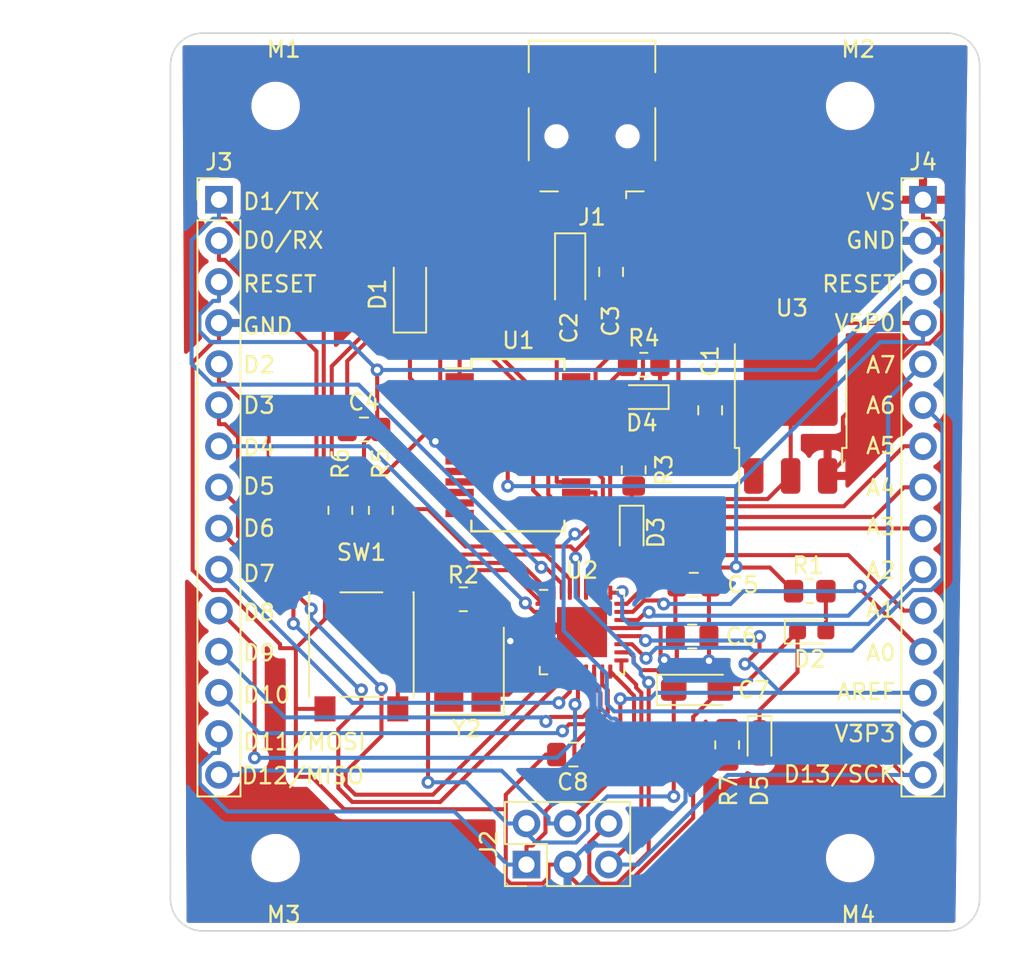
<source format=kicad_pcb>
(kicad_pcb (version 20221018) (generator pcbnew)
  (layers (0 "F.Cu" signal) (31 "B.Cu" signal) (34 "B.Paste" user) (35 "F.Paste" user) (36 "B.SilkS" user "B.Silkscreen") (37 "F.SilkS" user "F.Silkscreen") (38 "B.Mask" user) (39 "F.Mask" user) (44 "Edge.Cuts" user))
  (net 0 "")
  (net 1 "/V5P0")
  (net 2 "GND")
  (net 3 "/VUSB")
  (net 4 "Net-(U1-DTR)")
  (net 6 "/RESET")
  (net 7 "/AREF")
  (net 9 "Net-(D2-A)")
  (net 16 "Net-(D3-K)")
  (net 17 "Net-(D4-K)")
  (net 18 "Net-(D5-A)")
  (net 19 "Net-(J1-D-)")
  (net 20 "Net-(J1-D+)")
  (net 22 "/D11{slash}MOSI")
  (net 23 "/D12{slash}MISO")
  (net 24 "/D13{slash}SCK")
  (net 25 "/D1{slash}TX")
  (net 26 "/D0{slash}RX")
  (net 29 "/D2")
  (net 30 "/D3")
  (net 31 "/D4")
  (net 32 "/D5")
  (net 33 "/D6")
  (net 34 "/D7")
  (net 35 "/D8")
  (net 36 "/D9")
  (net 37 "/D10")
  (net 38 "/VS")
  (net 39 "/A7")
  (net 40 "/A6")
  (net 41 "/A5")
  (net 42 "/A4")
  (net 43 "/A3")
  (net 44 "/A2")
  (net 45 "/A1")
  (net 46 "/A0")
  (net 47 "/V3P3")
  (net 48 "Net-(R2-Pad1)")
  (net 49 "Net-(U1-CBUS0)")
  (net 50 "Net-(U1-CBUS1)")
  (net 51 "/RX")
  (net 52 "/TX")
  (net 53 "Net-(U2-XTAL1{slash}PB6)")
  (net 54 "Net-(U2-XTAL2{slash}PB7)")
  (footprint "Connector_PinHeader_2.54mm:PinHeader_1x15_P2.54mm_Vertical" (layer "F.Cu") (at 116 61.3)
    (fp_text reference "J3")
    (fp_text value "Conn_01x15_Socket")
  )
  (footprint "Capacitor_Tantalum_SMD:CP_EIA-3216-10_Kemet-I_Pad1.58x1.35mm_HandSolder" (layer "F.Cu") (at 137.7 65.8625 -90)
    (fp_text reference "C2")
    (fp_text value "4.7uF_16V")
  )
  (footprint "Package_TO_SOT_SMD:TO-252-3_TabPin2" (layer "F.Cu") (at 151.325 73.335 90)
    (fp_text reference "U3")
    (fp_text value "LM1117DT-5.0")
  )
  (footprint "Capacitor_SMD:C_0805_2012Metric_Pad1.18x1.45mm_HandSolder" (layer "F.Cu") (at 137.9 95.6 180)
    (fp_text reference "C8")
    (fp_text value "100nF")
  )
  (footprint "LED_SMD:LED_0603_1608Metric_Pad1.05x0.95mm_HandSolder" (layer "F.Cu") (at 149.4 94.875 -90)
    (fp_text reference "D5")
    (fp_text value "Yellow LED")
  )
  (footprint "MountingHole:MountingHole_2.5mm" (layer "F.Cu") (at 119.5 102)
    (fp_text reference "M3")
    (fp_text value "MountingHole_2.5mm")
  )
  (footprint "MountingHole:MountingHole_2.5mm" (layer "F.Cu") (at 155 102)
    (fp_text reference "M4")
    (fp_text value "MountingHole_2.5mm")
  )
  (footprint "Capacitor_SMD:C_0805_2012Metric_Pad1.18x1.45mm_HandSolder" (layer "F.Cu") (at 145.2375 88.3)
    (fp_text reference "C6")
    (fp_text value "1uF")
  )
  (footprint "Resistor_SMD:R_0805_2012Metric_Pad1.20x1.40mm_HandSolder" (layer "F.Cu") (at 126 80.5 -90)
    (fp_text reference "R6")
    (fp_text value "1Kohm")
  )
  (footprint "Connector_PinHeader_2.54mm:PinHeader_1x15_P2.54mm_Vertical" (layer "F.Cu") (at 159.5 61.3)
    (fp_text reference "J4")
    (fp_text value "Conn_01x15_Pin")
  )
  (footprint "Crystal:Crystal_SMD_3225-4Pin_3.2x2.5mm_HandSoldering" (layer "F.Cu") (at 131.35 90.45 90)
    (fp_text reference "Y2")
    (fp_text value "Resonator")
  )
  (footprint "Capacitor_SMD:C_0805_2012Metric_Pad1.18x1.45mm_HandSolder" (layer "F.Cu") (at 145.3375 85.1)
    (fp_text reference "C5")
    (fp_text value "1uF")
  )
  (footprint "MountingHole:MountingHole_2.5mm" (layer "F.Cu") (at 119.5 55.5)
    (fp_text reference "M1")
    (fp_text value "MountingHole_2.5mm")
  )
  (footprint "Resistor_SMD:R_0805_2012Metric_Pad1.20x1.40mm_HandSolder" (layer "F.Cu") (at 152.5 85.5)
    (fp_text reference "R1")
    (fp_text value "1Kohm")
  )
  (footprint "Button_Switch_SMD:SW_Push_1P1T_NO_6x6mm_H9.5mm" (layer "F.Cu") (at 124.8 88.8 90)
    (fp_text reference "SW1")
    (fp_text value "SW_Push")
  )
  (footprint "Capacitor_SMD:C_0805_2012Metric_Pad1.18x1.45mm_HandSolder" (layer "F.Cu") (at 124.9625 75.5)
    (fp_text reference "C4")
    (fp_text value "100nF")
  )
  (footprint "Capacitor_SMD:C_0805_2012Metric_Pad1.18x1.45mm_HandSolder" (layer "F.Cu") (at 146.35 74.3175 -90)
    (fp_text reference "C1")
    (fp_text value "1uF")
  )
  (footprint "Resistor_SMD:R_0805_2012Metric_Pad1.20x1.40mm_HandSolder" (layer "F.Cu") (at 123.5 80.5 -90)
    (fp_text reference "R5")
    (fp_text value "1Kohm")
  )
  (footprint "Package_SO:SSOP-28_5.3x10.2mm_P0.65mm" (layer "F.Cu") (at 134.47 76.47)
    (fp_text reference "U1")
    (fp_text value "FT232RL")
  )
  (footprint "Diode_SMD:D_SOD-123" (layer "F.Cu") (at 127.8 67.15 90)
    (fp_text reference "D1")
    (fp_text value "1N4448W")
  )
  (footprint "Resistor_SMD:R_0805_2012Metric_Pad1.20x1.40mm_HandSolder" (layer "F.Cu") (at 141.625 78 -90)
    (fp_text reference "R3")
    (fp_text value "1Kohm")
  )
  (footprint "Capacitor_SMD:C_0805_2012Metric_Pad1.18x1.45mm_HandSolder" (layer "F.Cu") (at 140.23 65.7625 -90)
    (fp_text reference "C3")
    (fp_text value "100nF")
  )
  (footprint "Resistor_SMD:R_0805_2012Metric_Pad1.20x1.40mm_HandSolder" (layer "F.Cu") (at 147.4 95 90)
    (fp_text reference "R7")
    (fp_text value "1Kohm")
  )
  (footprint "Capacitor_Tantalum_SMD:CP_EIA-3216-10_Kemet-I_Pad1.58x1.35mm_HandSolder" (layer "F.Cu") (at 145.5375 91.6)
    (fp_text reference "C7")
    (fp_text value "4.7uF_16V")
  )
  (footprint "LED_SMD:LED_0603_1608Metric_Pad1.05x0.95mm_HandSolder" (layer "F.Cu") (at 142.125 73.5 180)
    (fp_text reference "D4")
    (fp_text value "Green LED")
  )
  (footprint "Package_DFN_QFN:QFN-32-1EP_5x5mm_P0.5mm_EP3.1x3.1mm" (layer "F.Cu") (at 138.43 88.03)
    (fp_text reference "U2")
    (fp_text value "ATmega328P-M")
  )
  (footprint "LED_SMD:LED_0603_1608Metric_Pad1.05x0.95mm_HandSolder" (layer "F.Cu") (at 141.5 81.875 -90)
    (fp_text reference "D3")
    (fp_text value "Red LED")
  )
  (footprint "MountingHole:MountingHole_2.5mm" (layer "F.Cu") (at 155 55.5)
    (fp_text reference "M2")
    (fp_text value "MountingHole_2.5mm")
  )
  (footprint "Connector_PinHeader_2.54mm:PinHeader_2x03_P2.54mm_Vertical" (layer "F.Cu") (at 135 102.4 90)
    (fp_text reference "J2")
    (fp_text value "Conn_PIC_ICSP_ICD")
  )
  (footprint "Resistor_SMD:R_0805_2012Metric_Pad1.20x1.40mm_HandSolder" (layer "F.Cu") (at 131.1 86)
    (fp_text reference "R2")
    (fp_text value "1Kohm")
  )
  (footprint "Connector_USB:USB_Mini-B_Lumberg_2486_01_Horizontal" (layer "F.Cu") (at 139.05 57.375 180)
    (fp_text reference "J1")
    (fp_text value "USB_B_Micro")
  )
  (footprint "LED_SMD:LED_0603_1608Metric_Pad1.05x0.95mm_HandSolder" (layer "F.Cu") (at 152.625 88)
    (fp_text reference "D2")
    (fp_text value "Green LED")
  )
  (footprint "Resistor_SMD:R_0805_2012Metric_Pad1.20x1.40mm_HandSolder" (layer "F.Cu") (at 142.25 71.5)
    (fp_text reference "R4")
    (fp_text value "1Kohm")
  )
  (gr_arc (start 115 106.5) (mid 113.585786 105.914214) (end 113 104.5) (stroke (width 0.1)) (layer "Edge.Cuts"))
  (gr_line (start 115 51) (end 161 51) (stroke (width 0.1)) (layer "Edge.Cuts"))
  (gr_arc (start 113 53) (mid 113.585786 51.585786) (end 115 51) (stroke (width 0.1)) (layer "Edge.Cuts"))
  (gr_arc (start 163 104.5) (mid 162.414214 105.914214) (end 161 106.5) (stroke (width 0.1)) (layer "Edge.Cuts"))
  (gr_line (start 163 53) (end 163 104.5) (stroke (width 0.1)) (layer "Edge.Cuts"))
  (gr_line (start 161 106.5) (end 115 106.5) (stroke (width 0.1)) (layer "Edge.Cuts"))
  (gr_arc (start 161 51) (mid 162.414214 51.585786) (end 163 53) (stroke (width 0.1)) (layer "Edge.Cuts"))
  (gr_line (start 113 104.5) (end 113 53) (stroke (width 0.1)) (layer "Edge.Cuts"))
  (gr_text "A5" (at 157.9 77.1) (layer "F.SilkS") (effects (font (size 1 1)) (justify right bottom)))
  (gr_text "D13/SCK" (at 157.9 97.4) (layer "F.SilkS") (effects (font (size 1 1)) (justify right bottom)))
  (gr_text "D6" (at 117.4 82.2) (layer "F.SilkS") (effects (font (size 1 1)) (justify left bottom)))
  (gr_text "D2" (at 117.4 72.1) (layer "F.SilkS") (effects (font (size 1 1)) (justify left bottom)))
  (gr_text "D11/MOSI" (at 117.4 95.4) (layer "F.SilkS") (effects (font (size 1 1)) (justify left bottom)))
  (gr_text "D10" (at 117.4 92.5) (layer "F.SilkS") (effects (font (size 1 1)) (justify left bottom)))
  (gr_text "D9" (at 117.4 89.9) (layer "F.SilkS") (effects (font (size 1 1)) (justify left bottom)))
  (gr_text "A4" (at 157.9 79.7) (layer "F.SilkS") (effects (font (size 1 1)) (justify right bottom)))
  (gr_text "V3P3" (at 157.9 94.9) (layer "F.SilkS") (effects (font (size 1 1)) (justify right bottom)))
  (gr_text "A3" (at 157.9 82.1) (layer "F.SilkS") (effects (font (size 1 1)) (justify right bottom)))
  (gr_text "RESET" (at 117.4 67.1) (layer "F.SilkS") (effects (font (size 1 1)) (justify left bottom)))
  (gr_text "D4" (at 117.4 77.2) (layer "F.SilkS") (effects (font (size 1 1)) (justify left bottom)))
  (gr_text "RESET" (at 157.9 67.1) (layer "F.SilkS") (effects (font (size 1 1)) (justify right bottom)))
  (gr_text "D5" (at 117.4 79.6) (layer "F.SilkS") (effects (font (size 1 1)) (justify left bottom)))
  (gr_text "A7" (at 157.9 72.1) (layer "F.SilkS") (effects (font (size 1 1)) (justify right bottom)))
  (gr_text "D7" (at 117.4 85) (layer "F.SilkS") (effects (font (size 1 1)) (justify left bottom)))
  (gr_text "D8" (at 117.4 87.4) (layer "F.SilkS") (effects (font (size 1 1)) (justify left bottom)))
  (gr_text "GND" (at 117.4 69.7) (layer "F.SilkS") (effects (font (size 1 1)) (justify left bottom)))
  (gr_text "GND" (at 157.9 64.4) (layer "F.SilkS") (effects (font (size 1 1)) (justify right bottom)))
  (gr_text "A6" (at 157.9 74.6) (layer "F.SilkS") (effects (font (size 1 1)) (justify right bottom)))
  (gr_text "A2" (at 157.9 84.8) (layer "F.SilkS") (effects (font (size 1 1)) (justify right bottom)))
  (gr_text "A1" (at 157.9 87.2) (layer "F.SilkS") (effects (font (size 1 1)) (justify right bottom)))
  (gr_text "AREF" (at 157.9 92.3) (layer "F.SilkS") (effects (font (size 1 1)) (justify right bottom)))
  (gr_text "D12/MISO" (at 117.3 97.5) (layer "F.SilkS") (effects (font (size 1 1)) (justify left bottom)))
  (gr_text "D3" (at 117.4 74.6) (layer "F.SilkS") (effects (font (size 1 1)) (justify left bottom)))
  (gr_text "D0/RX" (at 117.4 64.4) (layer "F.SilkS") (effects (font (size 1 1)) (justify left bottom)))
  (gr_text "V5P0" (at 157.9 69.5) (layer "F.SilkS") (effects (font (size 1 1)) (justify right bottom)))
  (gr_text "D1/TX" (at 117.4 62) (layer "F.SilkS") (effects (font (size 1 1)) (justify left bottom)))
  (gr_text "VS" (at 157.9 62) (layer "F.SilkS") (effects (font (size 1 1)) (justify right bottom)))
  (gr_text "A0" (at 157.9 89.9) (layer "F.SilkS") (effects (font (size 1 1)) (justify right bottom)))
  (segment (start 154.33 68.92) (end 159.5 68.92) (width 0.25) (layer "F.Cu") (net 1))
  (segment (start 152.85 70.4) (end 154.33 68.92) (width 0.25) (layer "F.Cu") (net 1))
  (segment (start 144.2 88.3) (end 144.2 85.2) (width 0.25) (layer "F.Cu") (net 1))
  (segment (start 135.4598 88.78) (end 135.9925 88.78) (width 0.25) (layer "F.Cu") (net 1))
  (segment (start 144.289561 88.389561) (end 144.2 88.3) (width 0.25) (layer "F.Cu") (net 1))
  (segment (start 134.6 87.575) (end 134.9734 87.575) (width 0.25) (layer "F.Cu") (net 1))
  (segment (start 130.2699 74.195) (end 130.87 74.195) (width 0.25) (layer "F.Cu") (net 1))
  (segment (start 128.9184 87.575) (end 134.6 87.575) (width 0.25) (layer "F.Cu") (net 1))
  (segment (start 151.325 73.75) (end 149.8 73.75) (width 0.25) (layer "F.Cu") (net 1))
  (segment (start 144.289561 88.389561) (end 144.289561 91.410439) (width 0.25) (layer "F.Cu") (net 1))
  (segment (start 143.193545 90.511941) (end 143.835577 90.511941) (width 0.25) (layer "F.Cu") (net 1))
  (segment (start 141.5 82.75) (end 140.1709 81.4209) (width 0.25) (layer "F.Cu") (net 1))
  (segment (start 149.8987 79.8013) (end 144.4487 79.8013) (width 0.25) (layer "F.Cu") (net 1))
  (segment (start 135.1784 87.78) (end 135.1784 88.4986) (width 0.25) (layer "F.Cu") (net 1))
  (segment (start 147.9539 83.9944) (end 147.9539 84.0374) (width 0.25) (layer "F.Cu") (net 1))
  (segment (start 130.2699 74.195) (end 129.6697 74.195) (width 0.25) (layer "F.Cu") (net 1))
  (segment (start 151.325 73.75) (end 151.325 72.075) (width 0.25) (layer "F.Cu") (net 1))
  (segment (start 134.9734 87.575) (end 135.1784 87.78) (width 0.25) (layer "F.Cu") (net 1))
  (segment (start 145.3626 84.0374) (end 144.3 85.1) (width 0.25) (layer "F.Cu") (net 1))
  (segment (start 133.8424 75.9671) (end 133.8424 79.0044) (width 0.25) (layer "F.Cu") (net 1))
  (segment (start 140.8675 89.28) (end 141.35474 89.28) (width 0.25) (layer "F.Cu") (net 1))
  (segment (start 149.33 73.28) (end 149.33 70.87) (width 0.25) (layer "F.Cu") (net 1))
  (segment (start 141.25 75.4653) (end 139.2703 77.445) (width 0.25) (layer "F.Cu") (net 1))
  (segment (start 138.07 77.445) (end 139.2703 77.445) (width 0.25) (layer "F.Cu") (net 1))
  (segment (start 151.325 73.75) (end 151.325 78.375) (width 0.25) (layer "F.Cu") (net 1))
  (segment (start 132.1 86) (end 133.025 86) (width 0.25) (layer "F.Cu") (net 1))
  (segment (start 151.5 85.5) (end 150.0374 84.0374) (width 0.25) (layer "F.Cu") (net 1))
  (segment (start 144.4487 79.8013) (end 141.5 82.75) (width 0.25) (layer "F.Cu") (net 1))
  (segment (start 141.63 89.931973) (end 142.080132 90.382105) (width 0.25) (layer "F.Cu") (net 1))
  (segment (start 130.87 74.195) (end 132.0703 74.195) (width 0.25) (layer "F.Cu") (net 1))
  (segment (start 144.289561 91.410439) (end 144.1 91.6) (width 0.25) (layer "F.Cu") (net 1))
  (segment (start 139.2703 77.4582) (end 139.2703 77.445) (width 0.25) (layer "F.Cu") (net 1))
  (segment (start 147.9539 84.0374) (end 145.3626 84.0374) (width 0.25) (layer "F.Cu") (net 1))
  (segment (start 142.080132 90.382105) (end 143.063709 90.382105) (width 0.25) (layer "F.Cu") (net 1))
  (segment (start 151.325 78.375) (end 149.8987 79.8013) (width 0.25) (layer "F.Cu") (net 1))
  (segment (start 152.85 73.75) (end 151.325 73.75) (width 0.25) (layer "F.Cu") (net 1))
  (segment (start 127.8 68.8) (end 127.8 72.3253) (width 0.25) (layer "F.Cu") (net 1))
  (segment (start 143.835577 90.511941) (end 144.289561 90.057957) (width 0.25) (layer "F.Cu") (net 1))
  (segment (start 141.63 89.55526) (end 141.63 89.931973) (width 0.25) (layer "F.Cu") (net 1))
  (segment (start 152.85 73.75) (end 152.85 70.4) (width 0.25) (layer "F.Cu") (net 1))
  (segment (start 135.1784 87.78) (end 135.9925 87.78) (width 0.25) (layer "F.Cu") (net 1))
  (segment (start 140.1709 81.4209) (end 140.1709 78.3587) (width 0.25) (layer "F.Cu") (net 1))
  (segment (start 146.35 73.28) (end 149.33 73.28) (width 0.25) (layer "F.Cu") (net 1))
  (segment (start 140.1709 78.3587) (end 139.2704 77.4582) (width 0.25) (layer "F.Cu") (net 1))
  (segment (start 128.9184 87.575) (end 128.9184 97.3135) (width 0.25) (layer "F.Cu") (net 1))
  (segment (start 149.33 70.87) (end 149.8 70.4) (width 0.25) (layer "F.Cu") (net 1))
  (segment (start 133.025 86) (end 134.6 87.575) (width 0.25) (layer "F.Cu") (net 1))
  (segment (start 141.35474 89.28) (end 141.63 89.55526) (width 0.25) (layer "F.Cu") (net 1))
  (segment (start 139.2704 77.4582) (end 139.2703 77.4582) (width 0.25) (layer "F.Cu") (net 1))
  (segment (start 149.33 73.28) (end 149.8 73.75) (width 0.25) (layer "F.Cu") (net 1))
  (segment (start 144.289561 90.057957) (end 144.289561 88.389561) (width 0.25) (layer "F.Cu") (net 1))
  (segment (start 127.8 72.3253) (end 129.6697 74.195) (width 0.25) (layer "F.Cu") (net 1))
  (segment (start 132.0703 74.195) (end 133.8424 75.9671) (width 0.25) (layer "F.Cu") (net 1))
  (segment (start 150.0374 84.0374) (end 147.9539 84.0374) (width 0.25) (layer "F.Cu") (net 1))
  (segment (start 144.2 85.2) (end 144.3 85.1) (width 0.25) (layer "F.Cu") (net 1))
  (segment (start 143.063709 90.382105) (end 143.193545 90.511941) (width 0.25) (layer "F.Cu") (net 1))
  (segment (start 135.1784 88.4986) (end 135.4598 88.78) (width 0.25) (layer "F.Cu") (net 1))
  (segment (start 141.25 73.5) (end 141.25 75.4653) (width 0.25) (layer "F.Cu") (net 1))
  (segment (start 144.1 91.6) (end 144.1 98.1881) (width 0.25) (layer "F.Cu") (net 1))
  (via (at 144.1 98.1881) (size 0.8) (drill 0.4) (layers "F.Cu" "B.Cu") (net 1))
  (via (at 147.9539 83.9944) (size 0.8) (drill 0.4) (layers "F.Cu" "B.Cu") (net 1))
  (via (at 133.8424 79.0044) (size 0.8) (drill 0.4) (layers "F.Cu" "B.Cu") (net 1))
  (via (at 128.9184 97.3135) (size 0.8) (drill 0.4) (layers "F.Cu" "B.Cu") (net 1))
  (segment (start 134.4124 99.86) (end 133.8247 99.86) (width 0.25) (layer "B.Cu") (net 1))
  (segment (start 131.2782 97.3135) (end 128.9184 97.3135) (width 0.25) (layer "B.Cu") (net 1))
  (segment (start 134.4124 99.86) (end 135.5878 101.0354) (width 0.25) (layer "B.Cu") (net 1))
  (segment (start 133.8247 99.86) (end 131.2782 97.3135) (width 0.25) (layer "B.Cu") (net 1))
  (segment (start 138.81 100.291) (end 138.81 99.371) (width 0.25) (layer "B.Cu") (net 1))
  (segment (start 156.863 70.0953) (end 147.9539 79.0044) (width 0.25) (layer "B.Cu") (net 1))
  (segment (start 138.0656 101.0354) (end 138.81 100.291) (width 0.25) (layer "B.Cu") (net 1))
  (segment (start 159.5 70.0953) (end 156.863 70.0953) (width 0.25) (layer "B.Cu") (net 1))
  (segment (start 147.9539 79.0044) (end 147.9539 83.9944) (width 0.25) (layer "B.Cu") (net 1))
  (segment (start 135 99.86) (end 134.4124 99.86) (width 0.25) (layer "B.Cu") (net 1))
  (segment (start 159.5 68.92) (end 159.5 70.0953) (width 0.25) (layer "B.Cu") (net 1))
  (segment (start 138.81 99.371) (end 139.9929 98.1881) (width 0.25) (layer "B.Cu") (net 1))
  (segment (start 139.9929 98.1881) (end 144.1 98.1881) (width 0.25) (layer "B.Cu") (net 1))
  (segment (start 147.9539 79.0044) (end 133.8424 79.0044) (width 0.25) (layer "B.Cu") (net 1))
  (segment (start 135.5878 101.0354) (end 138.0656 101.0354) (width 0.25) (layer "B.Cu") (net 1))
  (segment (start 143.2875 89.50988) (end 143.514561 89.736941) (width 0.25) (layer "F.Cu") (net 2))
  (segment (start 115.6076 85.43) (end 116.4235 85.43) (width 0.25) (layer "F.Cu") (net 2))
  (segment (start 148.8144 65.2893) (end 143.7669 70.3368) (width 0.25) (layer "F.Cu") (net 2))
  (segment (start 138.43 88.03) (end 138.68 87.78) (width 0.25) (layer "F.Cu") (net 2))
  (segment (start 136.5043 87.28) (end 135.9925 87.28) (width 0.25) (layer "F.Cu") (net 2))
  (segment (start 136.8625 95.6) (end 136.2 95.6) (width 0.25) (layer "F.Cu") (net 2))
  (segment (start 146.375 85.1) (end 146.275 85.2) (width 0.25) (layer "F.Cu") (net 2))
  (segment (start 143.7669 70.3368) (end 140.23 66.8) (width 0.25) (layer "F.Cu") (net 2))
  (segment (start 138.68 87.78) (end 140.8675 87.78) (width 0.25) (layer "F.Cu") (net 2))
  (segment (start 114.3744 84.1968) (end 115.6076 85.43) (width 0.25) (layer "F.Cu") (net 2))
  (segment (start 134.6 59.3873) (end 134.6 58.7997) (width 0.25) (layer "F.Cu") (net 2))
  (segment (start 135.9925 88.28) (end 136.5355 88.28) (width 0.25) (layer "F.Cu") (net 2))
  (segment (start 136.8697 68.1303) (end 137.7 67.3) (width 0.25) (layer "F.Cu") (net 2))
  (segment (start 120.75 96.975) (end 120.75 92.7) (width 0.25) (layer "F.Cu") (net 2))
  (segment (start 133.7204 98.9802) (end 133.7204 103.2907) (width 0.25) (layer "F.Cu") (net 2))
  (segment (start 145.3 99.5196) (end 145.3 93.275) (width 0.25) (layer "F.Cu") (net 2))
  (segment (start 137.4699 78.745) (end 138.07 78.745) (width 0.25) (layer "F.Cu") (net 2))
  (segment (start 116 68.92) (end 116 70.0953) (width 0.25) (layer "F.Cu") (net 2))
  (segment (start 136.2 95.6) (end 133.7204 98.0796) (width 0.25) (layer "F.Cu") (net 2))
  (segment (start 116 70.0953) (end 115.6326 70.0953) (width 0.25) (layer "F.Cu") (net 2))
  (segment (start 146.35 75.68) (end 146.35 75.355) (width 0.25) (layer "F.Cu") (net 2))
  (segment (start 140.23 66.8) (end 138.2 66.8) (width 0.25) (layer "F.Cu") (net 2))
  (segment (start 120.75 92.7) (end 120.75 89.025) (width 0.25) (layer "F.Cu") (net 2))
  (segment (start 146.275 90.55) (end 146.975 91.25) (width 0.25) (layer "F.Cu") (net 2))
  (segment (start 137.45 58.7497) (end 134.65 58.7497) (width 0.25) (layer "F.Cu") (net 2))
  (segment (start 134.6 59.3873) (end 134.6 59.975) (width 0.25) (layer "F.Cu") (net 2))
  (segment (start 138.07 74.195) (end 136.9823 74.195) (width 0.25) (layer "F.Cu") (net 2))
  (segment (start 140.8675 87.78) (end 142.023984 87.78) (width 0.25) (layer "F.Cu") (net 2))
  (segment (start 150.3644 64.983) (end 149.1207 64.983) (width 0.25) (layer "F.Cu") (net 2))
  (segment (start 136.9524 102.4) (end 136.3647 102.4) (width 0.25) (layer "F.Cu") (net 2))
  (segment (start 120.825 92.775) (end 120.75 92.7) (width 0.25) (layer "F.Cu") (net 2))
  (segment (start 134.005 103.5753) (end 135.9975 103.5753) (width 0.25) (layer "F.Cu") (net 2))
  (segment (start 149.4 92.85) (end 151.75 90.5) (width 0.25) (layer "F.Cu") (net 2))
  (segment (start 136.8697 74.195) (end 136.8697 76.795) (width 0.25) (layer "F.Cu") (net 2))
  (segment (start 142.023984 87.78) (end 142.224084 87.5799) (width 0.25) (layer "F.Cu") (net 2))
  (segment (start 143.5 59.975) (end 143.5 61.1503) (width 0.25) (layer "F.Cu") (net 2))
  (segment (start 143.5 58.7497) (end 143.5 54.525) (width 0.25) (layer "F.Cu") (net 2))
  (segment (start 122.55 87.225) (end 120.75 89.025) (width 0.25) (layer "F.Cu") (net 2))
  (segment (start 136.7855 87.5612) (end 136.5043 87.28) (width 0.25) (layer "F.Cu") (net 2))
  (segment (start 137.54 102.4) (end 136.9524 102.4) (width 0.25) (layer "F.Cu") (net 2))
  (segment (start 132.5 89) (end 133.7253 89) (width 0.25) (layer "F.Cu") (net 2))
  (segment (start 134.6 54.525) (end 134.6 55.7003) (width 0.25) (layer "F.Cu") (net 2))
  (segment (start 144.3887 70.9587) (end 143.7669 70.3368) (width 0.25) (layer "F.Cu") (net 2))
  (segment (start 136.8697 76.795) (end 136.8697 78.745) (width 0.25) (layer "F.Cu") (net 2))
  (segment (start 136.3647 103.2081) (end 136.3647 102.4) (width 0.25) (layer "F.Cu") (net 2))
  (segment (start 116.4235 85.43) (end 119.7747 88.7812) (width 0.25) (layer "F.Cu") (net 2))
  (segment (start 149.4 94) (end 149.4 92.85) (width 0.25) (layer "F.Cu") (net 2))
  (segment (start 138.07 76.795) (end 136.9823 76.795) (width 0.25) (layer "F.Cu") (net 2))
  (segment (start 135.9975 103.5753) (end 136.3647 103.2081) (width 0.25) (layer "F.Cu") (net 2))
  (segment (start 136.5355 88.28) (end 136.7855 88.03) (width 0.25) (layer "F.Cu") (net 2))
  (segment (start 129.3731 76.2364) (end 129.4645 76.145) (width 0.25) (layer "F.Cu") (net 2))
  (segment (start 137.4699 78.745) (end 136.8697 78.745) (width 0.25) (layer "F.Cu") (net 2))
  (segment (start 138.5819 104.0295) (end 140.7901 104.0295) (width 0.25) (layer "F.Cu") (net 2))
  (segment (start 144.3887 73.3937) (end 144.3887 70.9587) (width 0.25) (layer "F.Cu") (net 2))
  (segment (start 143.5 61.1503) (end 144.6753 61.1503) (width 0.25) (layer "F.Cu") (net 2))
  (segment (start 146.275 85.2) (end 146.275 88.3) (width 0.25) (layer "F.Cu") (net 2))
  (segment (start 115.6326 70.0953) (end 114.3744 71.3535) (width 0.25) (layer "F.Cu") (net 2))
  (segment (start 146.275 88.3) (end 146.275 89.8) (width 0.25) (layer "F.Cu") (net 2))
  (segment (start 144.6753 61.1503) (end 148.8144 65.2893) (width 0.25) (layer "F.Cu") (net 2))
  (segment (start 149.045 78.375) (end 146.35 75.68) (width 0.25) (layer "F.Cu") (net 2))
  (segment (start 146.35 75.355) (end 144.3887 73.3937) (width 0.25) (layer "F.Cu") (net 2))
  (segment (start 122.55 84.825) (end 122.55 87.225) (width 0.25) (layer "F.Cu") (net 2))
  (segment (start 146.275 89.8) (end 146.275 90.55) (width 0.25) (layer "F.Cu") (net 2))
  (segment (start 123.7305 98.9802) (end 133.7204 98.9802) (width 0.25) (layer "F.Cu") (net 2))
  (segment (start 133.7204 103.2907) (end 134.005 103.5753) (width 0.25) (layer "F.Cu") (net 2))
  (segment (start 146.975 91.25) (end 148.5 91.25) (width 0.25) (layer "F.Cu") (net 2))
  (segment (start 129.4645 76.145) (end 130.87 76.145) (width 0.25) (layer "F.Cu") (net 2))
  (segment (start 120.75 89.025) (end 119.7747 89.025) (width 0.25) (layer "F.Cu") (net 2))
  (segment (start 146.975 91.6) (end 146.975 91.25) (width 0.25) (layer "F.Cu") (net 2))
  (segment (start 140.7901 104.0295) (end 145.3 99.5196) (width 0.25) (layer "F.Cu") (net 2))
  (segment (start 151.75 88) (end 151.75 90.5) (width 0.25) (layer "F.Cu") (net 2))
  (segment (start 148.5 91.25) (end 151.75 88) (width 0.25) (layer "F.Cu") (net 2))
  (segment (start 143.5 58.7497) (end 137.45 58.7497) (width 0.25) (layer "F.Cu") (net 2))
  (segment (start 134.65 58.7497) (end 134.6 58.7997) (width 0.25) (layer "F.Cu") (net 2))
  (segment (start 134.65 55.7503) (end 134.6 55.7003) (width 0.25) (layer "F.Cu") (net 2))
  (segment (start 136.9524 102.4) (end 138.5819 104.0295) (width 0.25) (layer "F.Cu") (net 2))
  (segment (start 138.2 66.8) (end 137.7 67.3) (width 0.25) (layer "F.Cu") (net 2))
  (segment (start 114.3744 71.3535) (end 114.3744 84.1968) (width 0.25) (layer "F.Cu") (net 2))
  (segment (start 142.224084 87.5799) (end 143.2875 87.5799) (width 0.25) (layer "F.Cu") (net 2))
  (segment (start 133.7204 98.0796) (end 133.7204 98.9802) (width 0.25) (layer "F.Cu") (net 2))
  (segment (start 136.7855 88.03) (end 136.7855 87.5612) (width 0.25) (layer "F.Cu") (net 2))
  (segment (start 136.8697 76.795) (end 136.9823 76.795) (width 0.25) (layer "F.Cu") (net 2))
  (segment (start 137.45 60.075) (end 137.45 58.7497) (width 0.25) (layer "F.Cu") (net 2))
  (segment (start 149.1207 64.983) (end 148.8144 65.2893) (width 0.25) (layer "F.Cu") (net 2))
  (segment (start 136.8697 74.195) (end 136.8697 68.1303) (width 0.25) (layer "F.Cu") (net 2))
  (segment (start 143.5 59.975) (end 143.5 58.7497) (width 0.25) (layer "F.Cu") (net 2))
  (segment (start 134.65 58.7497) (end 134.65 55.7503) (width 0.25) (layer "F.Cu") (net 2))
  (segment (start 133.7253 89) (end 133.7253 88.8611) (width 0.25) (layer "F.Cu") (net 2))
  (segment (start 120.75 96.975) (end 121.7253 96.975) (width 0.25) (layer "F.Cu") (net 2))
  (segment (start 119.7747 88.7812) (end 119.7747 89.025) (width 0.25) (layer "F.Cu") (net 2))
  (segment (start 121.7253 96.975) (end 123.7305 98.9802) (width 0.25) (layer "F.Cu") (net 2))
  (segment (start 136.9823 74.195) (end 136.8697 74.195) (width 0.25) (layer "F.Cu") (net 2))
  (segment (start 133.7253 88.8611) (end 134.0015 88.5849) (width 0.25) (layer "F.Cu") (net 2))
  (segment (start 136.7855 88.03) (end 138.43 88.03) (width 0.25) (layer "F.Cu") (net 2))
  (segment (start 145.3 93.275) (end 146.975 91.6) (width 0.25) (layer "F.Cu") (net 2))
  (segment (start 138.07 73.545) (end 138.07 74.195) (width 0.25) (layer "F.Cu") (net 2))
  (segment (start 159.5 63.84) (end 151.5074 63.84) (width 0.25) (layer "F.Cu") (net 2))
  (segment (start 122.55 92.775) (end 120.825 92.775) (width 0.25) (layer "F.Cu") (net 2))
  (segment (start 143.2875 87.5799) (end 143.2875 89.50988) (width 0.25) (layer "F.Cu") (net 2))
  (segment (start 151.5074 63.84) (end 150.3644 64.983) (width 0.25) (layer "F.Cu") (net 2))
  (via (at 129.3731 76.2364) (size 0.8) (drill 0.4) (layers "F.Cu" "B.Cu") (net 2))
  (via (at 146.275 89.8) (size 0.8) (drill 0.4) (layers "F.Cu" "B.Cu") (net 2))
  (via (at 134.0015 88.5849) (size 0.8) (drill 0.4) (layers "F.Cu" "B.Cu") (net 2))
  (via (at 143.514561 89.736941) (size 0.8) (drill 0.4) (layers "F.Cu" "B.Cu") (net 2))
  (segment (start 158.3247 63.84) (end 153.2447 68.92) (width 0.25) (layer "B.Cu") (net 2))
  (segment (start 140.496157 93.377157) (end 144.8286 97.7096) (width 0.25) (layer "B.Cu") (net 2))
  (segment (start 136.6604 88.5849) (end 136.6604 81.175) (width 0.25) (layer "B.Cu") (net 2))
  (segment (start 138.7153 101.2247) (end 137.54 102.4) (width 0.25) (layer "B.Cu") (net 2))
  (segment (start 143.57762 89.8) (end 143.514561 89.736941) (width 0.25) (layer "B.Cu") (net 2))
  (segment (start 139.512667 92.659569) (end 140.230255 93.377157) (width 0.25) (layer "B.Cu") (net 2))
  (segment (start 153.2447 68.92) (end 116 68.92) (width 0.25) (layer "B.Cu") (net 2))
  (segment (start 144.8286 98.5105) (end 142.1144 101.2247) (width 0.25) (layer "B.Cu") (net 2))
  (segment (start 134.3117 81.175) (end 129.3731 76.2364) (width 0.25) (layer "B.Cu") (net 2))
  (segment (start 136.6604 81.175) (end 134.3117 81.175) (width 0.25) (layer "B.Cu") (net 2))
  (segment (start 136.6604 88.5849) (end 134.0015 88.5849) (width 0.25) (layer "B.Cu") (net 2))
  (segment (start 136.6604 88.5849) (end 139.512667 91.437167) (width 0.25) (layer "B.Cu") (net 2))
  (segment (start 142.1144 101.2247) (end 138.7153 101.2247) (width 0.25) (layer "B.Cu") (net 2))
  (segment (start 159.5 63.84) (end 158.3247 63.84) (width 0.25) (layer "B.Cu") (net 2))
  (segment (start 146.275 89.8) (end 143.57762 89.8) (width 0.25) (layer "B.Cu") (net 2))
  (segment (start 140.230255 93.377157) (end 140.496157 93.377157) (width 0.25) (layer "B.Cu") (net 2))
  (segment (start 144.8286 97.7096) (end 144.8286 98.5105) (width 0.25) (layer "B.Cu") (net 2))
  (segment (start 139.512667 91.437167) (end 139.512667 92.659569) (width 0.25) (layer "B.Cu") (net 2))
  (segment (start 139.93 64.425) (end 137.7 64.425) (width 0.25) (layer "F.Cu") (net 3))
  (segment (start 136.625 65.5) (end 137.7 64.425) (width 0.25) (layer "F.Cu") (net 3))
  (segment (start 140.65 64.305) (end 140.23 64.725) (width 0.25) (layer "F.Cu") (net 3))
  (segment (start 140.23 64.725) (end 139.93 64.425) (width 0.25) (layer "F.Cu") (net 3))
  (segment (start 127.8 65.5) (end 136.625 65.5) (width 0.25) (layer "F.Cu") (net 3))
  (segment (start 140.65 60.075) (end 140.65 64.305) (width 0.25) (layer "F.Cu") (net 3))
  (segment (start 127.2135 67.9854) (end 128.42 67.9854) (width 0.25) (layer "F.Cu") (net 4))
  (segment (start 128.42 67.9854) (end 129.6697 69.2351) (width 0.25) (layer "F.Cu") (net 4))
  (segment (start 130.87 72.895) (end 129.6697 72.895) (width 0.25) (layer "F.Cu") (net 4))
  (segment (start 129.6697 69.2351) (end 129.6697 72.895) (width 0.25) (layer "F.Cu") (net 4))
  (segment (start 123.925 71.2739) (end 127.2135 67.9854) (width 0.25) (layer "F.Cu") (net 4))
  (segment (start 123.925 75.5) (end 123.925 71.2739) (width 0.25) (layer "F.Cu") (net 4))
  (segment (start 140.6035 103.5792) (end 142.5527 101.63) (width 0.25) (layer "F.Cu") (net 6))
  (segment (start 124.9596 80.0745) (end 125.3114 80.4263) (width 0.25) (layer "F.Cu") (net 6))
  (segment (start 124.9596 76.3167) (end 124.9596 80.0745) (width 0.25) (layer "F.Cu") (net 6))
  (segment (start 138.037 83.0427) (end 138.037 83.4452) (width 0.25) (layer "F.Cu") (net 6))
  (segment (start 142.5527 91.14179) (end 142.549865 91.138955) (width 0.25) (layer "F.Cu") (net 6))
  (segment (start 138.0112 83.0168) (end 138.037 83.0427) (width 0.25) (layer "F.Cu") (net 6))
  (segment (start 139.5349 103.5792) (end 140.6035 103.5792) (width 0.25) (layer "F.Cu") (net 6))
  (segment (start 138.8818 102.9261) (end 139.5349 103.5792) (width 0.25) (layer "F.Cu") (net 6))
  (segment (start 138.8818 101.0582) (end 138.8818 102.9261) (width 0.25) (layer "F.Cu") (net 6))
  (segment (start 131.2364 82.7354) (end 137.7297 82.7354) (width 0.25) (layer "F.Cu") (net 6))
  (segment (start 125.7763 75.5) (end 126 75.5) (width 0.25) (layer "F.Cu") (net 6))
  (segment (start 138.0112 83.0168) (end 139.7206 81.3074) (width 0.25) (layer "F.Cu") (net 6))
  (segment (start 128.9273 80.4263) (end 131.2364 82.7354) (width 0.25) (layer "F.Cu") (net 6))
  (segment (start 142.5527 101.63) (end 142.5527 91.14179) (width 0.25) (layer "F.Cu") (net 6))
  (segment (start 138.07 78.095) (end 139.2703 78.095) (width 0.25) (layer "F.Cu") (net 6))
  (segment (start 139.7206 78.5453) (end 139.2703 78.095) (width 0.25) (layer "F.Cu") (net 6))
  (segment (start 138.037 83.4452) (end 138.18 83.5882) (width 0.25) (layer "F.Cu") (net 6))
  (segment (start 140.08 99.86) (end 138.8818 101.0582) (width 0.25) (layer "F.Cu") (net 6))
  (segment (start 125.7763 75.5) (end 124.9596 76.3167) (width 0.25) (layer "F.Cu") (net 6))
  (segment (start 125.7763 75.5) (end 125.7763 71.8223) (width 0.25) (layer "F.Cu") (net 6))
  (segment (start 125.3114 80.4263) (end 128.9273 80.4263) (width 0.25) (layer "F.Cu") (net 6))
  (segment (start 137.7297 82.7354) (end 138.0112 83.0168) (width 0.25) (layer "F.Cu") (net 6))
  (segment (start 139.7206 81.3074) (end 139.7206 78.5453) (width 0.25) (layer "F.Cu") (net 6))
  (segment (start 138.18 83.5882) (end 138.18 85.5925) (width 0.25) (layer "F.Cu") (net 6))
  (via (at 142.549865 91.138955) (size 0.8) (drill 0.4) (layers "F.Cu" "B.Cu") (net 6))
  (via (at 125.7763 71.8223) (size 0.8) (drill 0.4) (layers "F.Cu" "B.Cu") (net 6))
  (via (at 138.037 83.4452) (size 0.8) (drill 0.4) (layers "F.Cu" "B.Cu") (net 6))
  (segment (start 141.607998 89.909971) (end 142.061982 90.363955) (width 0.25) (layer "B.Cu") (net 6))
  (segment (start 142.061982 90.363955) (end 142.061982 90.651072) (width 0.25) (layer "B.Cu") (net 6))
  (segment (start 114.7906 68.3974) (end 114.7906 69.4231) (width 0.25) (layer "B.Cu") (net 6))
  (segment (start 159.5 66.38) (end 158.3247 66.38) (width 0.25) (layer "B.Cu") (net 6))
  (segment (start 115.4629 70.0954) (end 124.0494 70.0954) (width 0.25) (layer "B.Cu") (net 6))
  (segment (start 138.037 83.4452) (end 138.037 85.8519) (width 0.25) (layer "B.Cu") (net 6))
  (segment (start 152.8824 71.8223) (end 125.7763 71.8223) (width 0.25) (layer "B.Cu") (net 6))
  (segment (start 141.607998 89.422898) (end 141.607998 89.909971) (width 0.25) (layer "B.Cu") (net 6))
  (segment (start 142.061982 90.651072) (end 142.549865 91.138955) (width 0.25) (layer "B.Cu") (net 6))
  (segment (start 116 66.38) (end 116 67.5553) (width 0.25) (layer "B.Cu") (net 6))
  (segment (start 114.7906 69.4231) (end 115.4629 70.0954) (width 0.25) (layer "B.Cu") (net 6))
  (segment (start 138.037 85.8519) (end 141.607998 89.422898) (width 0.25) (layer "B.Cu") (net 6))
  (segment (start 115.6327 67.5553) (end 114.7906 68.3974) (width 0.25) (layer "B.Cu") (net 6))
  (segment (start 124.0494 70.0954) (end 125.7763 71.8223) (width 0.25) (layer "B.Cu") (net 6))
  (segment (start 116 67.5553) (end 115.6327 67.5553) (width 0.25) (layer "B.Cu") (net 6))
  (segment (start 158.3247 66.38) (end 152.8824 71.8223) (width 0.25) (layer "B.Cu") (net 6))
  (segment (start 149.4 89.1) (end 148.5 90) (width 0.25) (layer "F.Cu") (net 7))
  (segment (start 138.9375 95.6) (end 140.798541 93.738959) (width 0.25) (layer "F.Cu") (net 7))
  (segment (start 149.4 88.3) (end 149.4 89.1) (width 0.25) (layer "F.Cu") (net 7))
  (segment (start 142.087153 88.28) (end 142.357189 88.550036) (width 0.25) (layer "F.Cu") (net 7))
  (segment (start 140.8675 88.28) (end 142.087153 88.28) (width 0.25) (layer "F.Cu") (net 7))
  (segment (start 140.798541 93.738959) (end 140.798541 92.152157) (width 0.25) (layer "F.Cu") (net 7))
  (via (at 148.5 90) (size 0.8) (drill 0.4) (layers "F.Cu" "B.Cu") (net 7))
  (via (at 140.798541 92.152157) (size 0.8) (drill 0.4) (layers "F.Cu" "B.Cu") (net 7))
  (via (at 149.4 88.3) (size 0.8) (drill 0.4) (layers "F.Cu" "B.Cu") (net 7))
  (via (at 142.357189 88.550036) (size 0.8) (drill 0.4) (layers "F.Cu" "B.Cu") (net 7))
  (segment (start 142.357189 88.550036) (end 149.149964 88.550036) (width 0.25) (layer "B.Cu") (net 7))
  (segment (start 142.632679 92.152157) (end 140.798541 92.152157) (width 0.25) (layer "B.Cu") (net 7))
  (segment (start 148.5 90) (end 148.92 90) (width 0.25) (layer "B.Cu") (net 7))
  (segment (start 150.7 91.78) (end 143.004836 91.78) (width 0.25) (layer "B.Cu") (net 7))
  (segment (start 143.004836 91.78) (end 142.632679 92.152157) (width 0.25) (layer "B.Cu") (net 7))
  (segment (start 148.92 90) (end 150.7 91.78) (width 0.25) (layer "B.Cu") (net 7))
  (segment (start 149.149964 88.550036) (end 149.4 88.3) (width 0.25) (layer "B.Cu") (net 7))
  (segment (start 159.5 91.78) (end 150.7 91.78) (width 0.25) (layer "B.Cu") (net 7))
  (segment (start 153.5 85.5) (end 153.5 88) (width 0.25) (layer "F.Cu") (net 9))
  (segment (start 141.625 79) (end 141.5 79.125) (width 0.25) (layer "F.Cu") (net 16))
  (segment (start 141.5 79.125) (end 141.5 81) (width 0.25) (layer "F.Cu") (net 16))
  (segment (start 143 73.5) (end 143.25 73.25) (width 0.25) (layer "F.Cu") (net 17))
  (segment (start 143.25 73.25) (end 143.25 71.5) (width 0.25) (layer "F.Cu") (net 17))
  (segment (start 147.4 96) (end 149.15 96) (width 0.25) (layer "F.Cu") (net 18))
  (segment (start 149.15 96) (end 149.4 95.75) (width 0.25) (layer "F.Cu") (net 18))
  (segment (start 138.07 80.045) (end 136.8697 80.045) (width 0.25) (layer "F.Cu") (net 19))
  (segment (start 136.3478 79.5231) (end 136.3478 73.9415) (width 0.25) (layer "F.Cu") (net 19))
  (segment (start 129.5045 62.4073) (end 138.843 62.4073) (width 0.25) (layer "F.Cu") (net 19))
  (segment (start 128.8322 66.4259) (end 127.3267 66.4259) (width 0.25) (layer "F.Cu") (net 19))
  (segment (start 136.3478 73.9415) (end 128.8322 66.4259) (width 0.25) (layer "F.Cu") (net 19))
  (segment (start 126.8648 65.964) (end 126.8648 65.047) (width 0.25) (layer "F.Cu") (net 19))
  (segment (start 139.85 60.075) (end 139.85 61.4003) (width 0.25) (layer "F.Cu") (net 19))
  (segment (start 136.8697 80.045) (end 136.3478 79.5231) (width 0.25) (layer "F.Cu") (net 19))
  (segment (start 127.3267 66.4259) (end 126.8648 65.964) (width 0.25) (layer "F.Cu") (net 19))
  (segment (start 126.8648 65.047) (end 129.5045 62.4073) (width 0.25) (layer "F.Cu") (net 19))
  (segment (start 138.843 62.4073) (end 139.85 61.4003) (width 0.25) (layer "F.Cu") (net 19))
  (segment (start 135.4152 73.6458) (end 128.8046 67.0352) (width 0.25) (layer "F.Cu") (net 20))
  (segment (start 138.07 80.695) (end 136.8511 80.695) (width 0.25) (layer "F.Cu") (net 20))
  (segment (start 128.8046 67.0352) (end 127.2991 67.0352) (width 0.25) (layer "F.Cu") (net 20))
  (segment (start 129.8746 61.4003) (end 139.05 61.4003) (width 0.25) (layer "F.Cu") (net 20))
  (segment (start 139.05 60.075) (end 139.05 61.4003) (width 0.25) (layer "F.Cu") (net 20))
  (segment (start 126.4145 64.8604) (end 129.8746 61.4003) (width 0.25) (layer "F.Cu") (net 20))
  (segment (start 127.2991 67.0352) (end 126.4145 66.1506) (width 0.25) (layer "F.Cu") (net 20))
  (segment (start 135.4152 79.2591) (end 135.4152 73.6458) (width 0.25) (layer "F.Cu") (net 20))
  (segment (start 126.4145 66.1506) (end 126.4145 64.8604) (width 0.25) (layer "F.Cu") (net 20))
  (segment (start 136.8511 80.695) (end 135.4152 79.2591) (width 0.25) (layer "F.Cu") (net 20))
  (segment (start 140.023541 91.618212) (end 139.68 91.274671) (width 0.25) (layer "F.Cu") (net 22))
  (segment (start 135.0753 101.2247) (end 135.3674 101.2247) (width 0.25) (layer "F.Cu") (net 22))
  (segment (start 136.1753 99.0924) (end 137.9611 97.3066) (width 0.25) (layer "F.Cu") (net 22))
  (segment (start 137.9611 97.3066) (end 137.9611 94.907708) (width 0.25) (layer "F.Cu") (net 22))
  (segment (start 139.68 91.274671) (end 139.68 90.4675) (width 0.25) (layer "F.Cu") (net 22))
  (segment (start 138.693808 94.175) (end 138.854369 94.175) (width 0.25) (layer "F.Cu") (net 22))
  (segment (start 135.3674 101.2247) (end 136.1753 100.4168) (width 0.25) (layer "F.Cu") (net 22))
  (segment (start 137.9611 94.907708) (end 138.693808 94.175) (width 0.25) (layer "F.Cu") (net 22))
  (segment (start 138.854369 94.175) (end 140.023541 93.005828) (width 0.25) (layer "F.Cu") (net 22))
  (segment (start 140.023541 93.005828) (end 140.023541 91.618212) (width 0.25) (layer "F.Cu") (net 22))
  (segment (start 135 101.3) (end 135.0753 101.2247) (width 0.25) (layer "F.Cu") (net 22))
  (segment (start 136.1753 100.4168) (end 136.1753 99.0924) (width 0.25) (layer "F.Cu") (net 22))
  (segment (start 135 102.4) (end 135 101.3) (width 0.25) (layer "F.Cu") (net 22))
  (segment (start 114.8108 96.3172) (end 114.8108 97.3924) (width 0.25) (layer "B.Cu") (net 22))
  (segment (start 130.5413 99.1166) (end 133.8247 102.4) (width 0.25) (layer "B.Cu") (net 22))
  (segment (start 116 94.32) (end 116 95.4953) (width 0.25) (layer "B.Cu") (net 22))
  (segment (start 115.6327 95.4953) (end 114.8108 96.3172) (width 0.25) (layer "B.Cu") (net 22))
  (segment (start 114.8108 97.3924) (end 116.535 99.1166) (width 0.25) (layer "B.Cu") (net 22))
  (segment (start 116 95.4953) (end 115.6327 95.4953) (width 0.25) (layer "B.Cu") (net 22))
  (segment (start 116.535 99.1166) (end 130.5413 99.1166) (width 0.25) (layer "B.Cu") (net 22))
  (segment (start 135 102.4) (end 133.8247 102.4) (width 0.25) (layer "B.Cu") (net 22))
  (segment (start 141.6469 91.968402) (end 141.6469 95.7531) (width 0.25) (layer "F.Cu") (net 23))
  (segment (start 141.324865 91.612365) (end 141.324865 91.646367) (width 0.25) (layer "F.Cu") (net 23))
  (segment (start 141.324865 91.646367) (end 141.6469 91.968402) (width 0.25) (layer "F.Cu") (net 23))
  (segment (start 141.6469 95.7531) (end 137.54 99.86) (width 0.25) (layer "F.Cu") (net 23))
  (segment (start 140.18 90.4675) (end 141.324865 91.612365) (width 0.25) (layer "F.Cu") (net 23))
  (segment (start 133.4602 96.5882) (end 117.4471 96.5882) (width 0.25) (layer "B.Cu") (net 23))
  (segment (start 117.4471 96.5882) (end 117.1753 96.86) (width 0.25) (layer "B.Cu") (net 23))
  (segment (start 116 96.86) (end 117.1753 96.86) (width 0.25) (layer "B.Cu") (net 23))
  (segment (start 137.54 99.86) (end 136.3647 99.86) (width 0.25) (layer "B.Cu") (net 23))
  (segment (start 136.3647 99.86) (end 136.3647 99.4927) (width 0.25) (layer "B.Cu") (net 23))
  (segment (start 136.3647 99.4927) (end 133.4602 96.5882) (width 0.25) (layer "B.Cu") (net 23))
  (segment (start 158.3247 96.86) (end 155.5897 94.125) (width 0.25) (layer "F.Cu") (net 24))
  (segment (start 140.8675 90.364455) (end 140.8675 89.78) (width 0.25) (layer "F.Cu") (net 24))
  (segment (start 152.213604 94.9) (end 152.988604 94.125) (width 0.25) (layer "F.Cu") (net 24))
  (segment (start 140.08 102.4) (end 142.0972 100.3828) (width 0.25) (layer "F.Cu") (net 24))
  (segment (start 141.774865 91.459971) (end 141.774865 91.27182) (width 0.25) (layer "F.Cu") (net 24))
  (segment (start 147.4 94) (end 148.3 94.9) (width 0.25) (layer "F.Cu") (net 24))
  (segment (start 142.0972 91.782306) (end 141.774865 91.459971) (width 0.25) (layer "F.Cu") (net 24))
  (segment (start 148.3 94.9) (end 152.213604 94.9) (width 0.25) (layer "F.Cu") (net 24))
  (segment (start 142.0972 100.3828) (end 142.0972 91.782306) (width 0.25) (layer "F.Cu") (net 24))
  (segment (start 152.988604 94.125) (end 153.375 94.125) (width 0.25) (layer "F.Cu") (net 24))
  (segment (start 159.5 96.86) (end 158.3247 96.86) (width 0.25) (layer "F.Cu") (net 24))
  (segment (start 141.774865 91.27182) (end 140.8675 90.364455) (width 0.25) (layer "F.Cu") (net 24))
  (segment (start 155.5897 94.125) (end 153.375 94.125) (width 0.25) (layer "F.Cu") (net 24))
  (segment (start 147.4321 96.86) (end 159.5 96.86) (width 0.25) (layer "B.Cu") (net 24))
  (segment (start 141.2553 102.4) (end 141.8921 102.4) (width 0.25) (layer "B.Cu") (net 24))
  (segment (start 140.08 102.4) (end 141.2553 102.4) (width 0.25) (layer "B.Cu") (net 24))
  (segment (start 141.8921 102.4) (end 147.4321 96.86) (width 0.25) (layer "B.Cu") (net 24))
  (segment (start 122.4737 68.5817) (end 122.4737 80.0886) (width 0.25) (layer "F.Cu") (net 25))
  (segment (start 125.7482 81.5) (end 126 81.5) (width 0.25) (layer "F.Cu") (net 25))
  (segment (start 116.3673 62.4753) (end 122.4737 68.5817) (width 0.25) (layer "F.Cu") (net 25))
  (segment (start 116 62.4753) (end 116.3673 62.4753) (width 0.25) (layer "F.Cu") (net 25))
  (segment (start 135.9163 84.0242) (end 136.1811 84.0242) (width 0.25) (layer "F.Cu") (net 25))
  (segment (start 136.1811 84.0242) (end 137.18 85.0231) (width 0.25) (layer "F.Cu") (net 25))
  (segment (start 122.4737 80.0886) (end 122.8114 80.4263) (width 0.25) (layer "F.Cu") (net 25))
  (segment (start 122.8114 80.4263) (end 124.6745 80.4263) (width 0.25) (layer "F.Cu") (net 25))
  (segment (start 137.18 85.0231) (end 137.18 85.5925) (width 0.25) (layer "F.Cu") (net 25))
  (segment (start 116 61.3) (end 116 62.4753) (width 0.25) (layer "F.Cu") (net 25))
  (segment (start 124.6745 80.4263) (end 125.7482 81.5) (width 0.25) (layer "F.Cu") (net 25))
  (via (at 135.9163 84.0242) (size 0.8) (drill 0.4) (layers "F.Cu" "B.Cu") (net 25))
  (segment (start 114.3069 63.8011) (end 114.3069 71.4356) (width 0.25) (layer "B.Cu") (net 25))
  (segment (start 115.6013 72.73) (end 124.6221 72.73) (width 0.25) (layer "B.Cu") (net 25))
  (segment (start 115.6327 62.4753) (end 114.3069 63.8011) (width 0.25) (layer "B.Cu") (net 25))
  (segment (start 116 61.3) (end 116 62.4753) (width 0.25) (layer "B.Cu") (net 25))
  (segment (start 124.6221 72.73) (end 135.9163 84.0242) (width 0.25) (layer "B.Cu") (net 25))
  (segment (start 114.3069 71.4356) (end 115.6013 72.73) (width 0.25) (layer "B.Cu") (net 25))
  (segment (start 116 62.4753) (end 115.6327 62.4753) (width 0.25) (layer "B.Cu") (net 25))
  (segment (start 129.9365 83.2329) (end 129.3765 82.6729) (width 0.25) (layer "F.Cu") (net 26))
  (segment (start 137.68 84.7499) (end 136.163 83.2329) (width 0.25) (layer "F.Cu") (net 26))
  (segment (start 123.2482 81.5) (end 123.5 81.5) (width 0.25) (layer "F.Cu") (net 26))
  (segment (start 122.0234 80.2752) (end 123.2482 81.5) (width 0.25) (layer "F.Cu") (net 26))
  (segment (start 124.6729 82.6729) (end 123.5 81.5) (width 0.25) (layer "F.Cu") (net 26))
  (segment (start 137.68 85.5925) (end 137.68 84.7499) (width 0.25) (layer "F.Cu") (net 26))
  (segment (start 116 65.0153) (end 116.3673 65.0153) (width 0.25) (layer "F.Cu") (net 26))
  (segment (start 136.163 83.2329) (end 129.9365 83.2329) (width 0.25) (layer "F.Cu") (net 26))
  (segment (start 122.0234 70.6714) (end 122.0234 80.2752) (width 0.25) (layer "F.Cu") (net 26))
  (segment (start 116.3673 65.0153) (end 122.0234 70.6714) (width 0.25) (layer "F.Cu") (net 26))
  (segment (start 129.3765 82.6729) (end 124.6729 82.6729) (width 0.25) (layer "F.Cu") (net 26))
  (segment (start 116 63.84) (end 116 65.0153) (width 0.25) (layer "F.Cu") (net 26))
  (segment (start 116 72.6353) (end 116.3557 72.6353) (width 0.25) (layer "F.Cu") (net 29))
  (segment (start 119.0708 78.7202) (end 123.4739 83.1233) (width 0.25) (layer "F.Cu") (net 29))
  (segment (start 116 71.46) (end 116 72.6353) (width 0.25) (layer "F.Cu") (net 29))
  (segment (start 129.19 83.1233) (end 129.8191 83.7524) (width 0.25) (layer "F.Cu") (net 29))
  (segment (start 116.3557 72.6353) (end 119.0708 75.3504) (width 0.25) (layer "F.Cu") (net 29))
  (segment (start 123.4739 83.1233) (end 129.19 83.1233) (width 0.25) (layer "F.Cu") (net 29))
  (segment (start 136.4589 85.5925) (end 136.68 85.5925) (width 0.25) (layer "F.Cu") (net 29))
  (segment (start 119.0708 75.3504) (end 119.0708 78.7202) (width 0.25) (layer "F.Cu") (net 29))
  (segment (start 134.6188 83.7524) (end 136.4589 85.5925) (width 0.25) (layer "F.Cu") (net 29))
  (segment (start 129.8191 83.7524) (end 134.6188 83.7524) (width 0.25) (layer "F.Cu") (net 29))
  (segment (start 135.9925 86.2625) (end 135.9925 86.28) (width 0.25) (layer "F.Cu") (net 30))
  (segment (start 116 75.1753) (end 116.3674 75.1753) (width 0.25) (layer "F.Cu") (net 30))
  (segment (start 129.6325 84.2027) (end 133.9327 84.2027) (width 0.25) (layer "F.Cu") (net 30))
  (segment (start 117.1753 77.4949) (end 123.254 83.5736) (width 0.25) (layer "F.Cu") (net 30))
  (segment (start 133.9327 84.2027) (end 135.9925 86.2625) (width 0.25) (layer "F.Cu") (net 30))
  (segment (start 117.1753 75.9832) (end 117.1753 77.4949) (width 0.25) (layer "F.Cu") (net 30))
  (segment (start 116 74) (end 116 75.1753) (width 0.25) (layer "F.Cu") (net 30))
  (segment (start 123.254 83.5736) (end 129.0034 83.5736) (width 0.25) (layer "F.Cu") (net 30))
  (segment (start 129.0034 83.5736) (end 129.6325 84.2027) (width 0.25) (layer "F.Cu") (net 30))
  (segment (start 116.3674 75.1753) (end 117.1753 75.9832) (width 0.25) (layer "F.Cu") (net 30))
  (segment (start 135.4842 86.78) (end 134.9312 86.227) (width 0.25) (layer "F.Cu") (net 31))
  (segment (start 135.9925 86.78) (end 135.4842 86.78) (width 0.25) (layer "F.Cu") (net 31))
  (via (at 134.9312 86.227) (size 0.8) (drill 0.4) (layers "F.Cu" "B.Cu") (net 31))
  (segment (start 116 76.54) (end 125.2442 76.54) (width 0.25) (layer "B.Cu") (net 31))
  (segment (start 125.2442 76.54) (end 134.9312 86.227) (width 0.25) (layer "B.Cu") (net 31))
  (segment (start 116 79.08) (end 117.175 80.255) (width 0.25) (layer "F.Cu") (net 32))
  (segment (start 123.8243 96.6757) (end 123.8243 97.4809) (width 0.25) (layer "F.Cu") (net 32))
  (segment (start 134.775 92.3725) (end 136.68 90.4675) (width 0.25) (layer "F.Cu") (net 32))
  (segment (start 129.2199 98.0796) (end 134.775 92.5245) (width 0.25) (layer "F.Cu") (net 32))
  (segment (start 123.8243 97.4809) (end 124.423 98.0796) (width 0.25) (layer "F.Cu") (net 32))
  (segment (start 126.039999 91.519998) (end 126.039999 94.460001) (width 0.25) (layer "F.Cu") (net 32))
  (segment (start 126.039999 94.460001) (end 123.8243 96.6757) (width 0.25) (layer "F.Cu") (net 32))
  (segment (start 134.775 92.5245) (end 134.775 92.3725) (width 0.25) (layer "F.Cu") (net 32))
  (segment (start 117.175 82.075) (end 121.7 86.6) (width 0.25) (layer "F.Cu") (net 32))
  (segment (start 117.175 80.255) (end 117.175 82.075) (width 0.25) (layer "F.Cu") (net 32))
  (segment (start 124.423 98.0796) (end 129.2199 98.0796) (width 0.25) (layer "F.Cu") (net 32))
  (via (at 126.039999 91.519998) (size 0.8) (drill 0.4) (layers "F.Cu" "B.Cu") (net 32))
  (via (at 121.7 86.6) (size 0.8) (drill 0.4) (layers "F.Cu" "B.Cu") (net 32))
  (segment (start 121.7 86.6) (end 121.7 87.179999) (width 0.25) (layer "B.Cu") (net 32))
  (segment (start 121.7 87.179999) (end 126.039999 91.519998) (width 0.25) (layer "B.Cu") (net 32))
  (segment (start 120.6 86.3) (end 120.6 87.5) (width 0.25) (layer "F.Cu") (net 33))
  (segment (start 137.18 90.4675) (end 137.18 91.0205) (width 0.25) (layer "F.Cu") (net 33))
  (segment (start 116 81.62) (end 116 81.7) (width 0.25) (layer "F.Cu") (net 33))
  (segment (start 137.18 91.0205) (end 129.6706 98.5299) (width 0.25) (layer "F.Cu") (net 33))
  (segment (start 124.8 91.6) (end 124.8 92.6) (width 0.25) (layer "F.Cu") (net 33))
  (segment (start 129.6706 98.5299) (end 124.2364 98.5299) (width 0.25) (layer "F.Cu") (net 33))
  (segment (start 124.8 92.6) (end 123.3743 94.0257) (width 0.25) (layer "F.Cu") (net 33))
  (segment (start 123.3743 97.6678) (end 124.2364 98.5299) (width 0.25) (layer "F.Cu") (net 33))
  (segment (start 116 81.7) (end 116.4 82.1) (width 0.25) (layer "F.Cu") (net 33))
  (segment (start 123.3743 94.0257) (end 123.3743 97.6678) (width 0.25) (layer "F.Cu") (net 33))
  (segment (start 116.4 82.1) (end 120.6 86.3) (width 0.25) (layer "F.Cu") (net 33))
  (via (at 124.8 91.6) (size 0.8) (drill 0.4) (layers "F.Cu" "B.Cu") (net 33))
  (via (at 120.6 87.5) (size 0.8) (drill 0.4) (layers "F.Cu" "B.Cu") (net 33))
  (segment (start 120.6 87.5) (end 124.7 91.6) (width 0.25) (layer "B.Cu") (net 33))
  (segment (start 124.7 91.6) (end 124.8 91.6) (width 0.25) (layer "B.Cu") (net 33))
  (segment (start 137.68 90.4675) (end 137.68 91.720004) (width 0.25) (layer "F.Cu") (net 34))
  (segment (start 137.68 91.720004) (end 137 92.400004) (width 0.25) (layer "F.Cu") (net 34))
  (via (at 137 92.400004) (size 0.8) (drill 0.4) (layers "F.Cu" "B.Cu") (net 34))
  (segment (start 116 84.16) (end 124.240004 92.400004) (width 0.25) (layer "B.Cu") (net 34))
  (segment (start 124.240004 92.400004) (end 137 92.400004) (width 0.25) (layer "B.Cu") (net 34))
  (segment (start 116 86.7) (end 118.2 88.9) (width 0.25) (layer "F.Cu") (net 35))
  (segment (start 138.18 90.4675) (end 138.18 92.32) (width 0.25) (layer "F.Cu") (net 35))
  (segment (start 138.18 92.32) (end 138 92.5) (width 0.25) (layer "F.Cu") (net 35))
  (segment (start 118.2 88.9) (end 118.2 95.8) (width 0.25) (layer "F.Cu") (net 35))
  (via (at 118.2 95.8) (size 0.8) (drill 0.4) (layers "F.Cu" "B.Cu") (net 35))
  (via (at 138 92.5) (size 0.8) (drill 0.4) (layers "F.Cu" "B.Cu") (net 35))
  (segment (start 138 92.5) (end 138 94.684138) (width 0.25) (layer "B.Cu") (net 35))
  (segment (start 138 94.684138) (end 136.884138 95.8) (width 0.25) (layer "B.Cu") (net 35))
  (segment (start 136.884138 95.8) (end 118.2 95.8) (width 0.25) (layer "B.Cu") (net 35))
  (segment (start 139.123541 92.633036) (end 139.123541 91.991004) (width 0.25) (layer "F.Cu") (net 36))
  (segment (start 138.68 91.547463) (end 138.68 90.4675) (width 0.25) (layer "F.Cu") (net 36))
  (segment (start 136.475 93.275) (end 138.481577 93.275) (width 0.25) (layer "F.Cu") (net 36))
  (segment (start 136.2 93.55) (end 136.475 93.275) (width 0.25) (layer "F.Cu") (net 36))
  (segment (start 138.481577 93.275) (end 139.123541 92.633036) (width 0.25) (layer "F.Cu") (net 36))
  (segment (start 139.123541 91.991004) (end 138.68 91.547463) (width 0.25) (layer "F.Cu") (net 36))
  (via (at 136.2 93.55) (size 0.8) (drill 0.4) (layers "F.Cu" "B.Cu") (net 36))
  (segment (start 120.06 93.3) (end 116 89.24) (width 0.25) (layer "B.Cu") (net 36))
  (segment (start 136.2 93.55) (end 135.95 93.3) (width 0.25) (layer "B.Cu") (net 36))
  (segment (start 135.95 93.3) (end 120.06 93.3) (width 0.25) (layer "B.Cu") (net 36))
  (segment (start 139.18 90.4675) (end 139.18 91.411067) (width 0.25) (layer "F.Cu") (net 37))
  (segment (start 137.639407 93.725) (end 137.225 94.139407) (width 0.25) (layer "F.Cu") (net 37))
  (segment (start 139.18 91.411067) (end 139.573541 91.804608) (width 0.25) (layer "F.Cu") (net 37))
  (segment (start 139.573541 92.819432) (end 138.667973 93.725) (width 0.25) (layer "F.Cu") (net 37))
  (segment (start 139.573541 91.804608) (end 139.573541 92.819432) (width 0.25) (layer "F.Cu") (net 37))
  (segment (start 138.667973 93.725) (end 137.639407 93.725) (width 0.25) (layer "F.Cu") (net 37))
  (via (at 137.225 94.139407) (size 0.8) (drill 0.4) (layers "F.Cu" "B.Cu") (net 37))
  (segment (start 116 91.78) (end 118.495 94.275) (width 0.25) (layer "B.Cu") (net 37))
  (segment (start 137.089407 94.275) (end 137.225 94.139407) (width 0.25) (layer "B.Cu") (net 37))
  (segment (start 118.495 94.275) (end 137.089407 94.275) (width 0.25) (layer "B.Cu") (net 37))
  (segment (start 154.5513 74.7445) (end 159.1058 70.19) (width 0.25) (layer "F.Cu") (net 38))
  (segment (start 160.6753 69.4236) (end 160.6753 63.2832) (width 0.25) (layer "F.Cu") (net 38))
  (segment (start 159.9089 70.19) (end 160.6753 69.4236) (width 0.25) (layer "F.Cu") (net 38))
  (segment (start 159.1058 70.19) (end 159.9089 70.19) (width 0.25) (layer "F.Cu") (net 38))
  (segment (start 159.8674 62.4753) (end 159.5 62.4753) (width 0.25) (layer "F.Cu") (net 38))
  (segment (start 154.5513 77.4287) (end 154.5513 74.7445) (width 0.25) (layer "F.Cu") (net 38))
  (segment (start 153.605 78.375) (end 154.5513 77.4287) (width 0.25) (layer "F.Cu") (net 38))
  (segment (start 160.6753 63.2832) (end 159.8674 62.4753) (width 0.25) (layer "F.Cu") (net 38))
  (segment (start 159.5 61.3) (end 159.5 62.4753) (width 0.25) (layer "F.Cu") (net 38))
  (segment (start 142.368646 86.798942) (end 141.887588 87.28) (width 0.25) (layer "F.Cu") (net 39))
  (segment (start 142.576244 86.798942) (end 142.368646 86.798942) (width 0.25) (layer "F.Cu") (net 39))
  (segment (start 141.887588 87.28) (end 140.8675 87.28) (width 0.25) (layer "F.Cu") (net 39))
  (via (at 142.576244 86.798942) (size 0.8) (drill 0.4) (layers "F.Cu" "B.Cu") (net 39))
  (segment (start 157.35 73.61) (end 159.5 71.46) (width 0.25) (layer "B.Cu") (net 39))
  (segment (start 154.882616 87.0134) (end 157.35 84.546016) (width 0.25) (layer "B.Cu") (net 39))
  (segment (start 142.576244 86.798942) (end 142.790702 87.0134) (width 0.25) (layer "B.Cu") (net 39))
  (segment (start 157.35 84.546016) (end 157.35 73.61) (width 0.25) (layer "B.Cu") (net 39))
  (segment (start 142.790702 87.0134) (end 154.882616 87.0134) (width 0.25) (layer "B.Cu") (net 39))
  (segment (start 140.8675 88.78) (end 141.521489 88.78) (width 0.25) (layer "F.Cu") (net 40))
  (segment (start 141.521489 88.78) (end 142.387813 89.646324) (width 0.25) (layer "F.Cu") (net 40))
  (via (at 142.387813 89.646324) (size 0.8) (drill 0.4) (layers "F.Cu" "B.Cu") (net 40))
  (segment (start 148.978984 89.175) (end 148.80402 89.000036) (width 0.25) (layer "B.Cu") (net 40))
  (segment (start 159.9984 85.43) (end 158.8698 85.43) (width 0.25) (layer "B.Cu") (net 40))
  (segment (start 159.5 74) (end 160.7022 75.2022) (width 0.25) (layer "B.Cu") (net 40))
  (segment (start 143.034101 89.000036) (end 142.387813 89.646324) (width 0.25) (layer "B.Cu") (net 40))
  (segment (start 155.1248 89.175) (end 148.978984 89.175) (width 0.25) (layer "B.Cu") (net 40))
  (segment (start 148.80402 89.000036) (end 143.034101 89.000036) (width 0.25) (layer "B.Cu") (net 40))
  (segment (start 158.8698 85.43) (end 155.1248 89.175) (width 0.25) (layer "B.Cu") (net 40))
  (segment (start 160.7022 84.7262) (end 159.9984 85.43) (width 0.25) (layer "B.Cu") (net 40))
  (segment (start 160.7022 75.2022) (end 160.7022 84.7262) (width 0.25) (layer "B.Cu") (net 40))
  (segment (start 138.68 84.803) (end 138.68 85.5925) (width 0.25) (layer "F.Cu") (net 41))
  (segment (start 159.5 76.54) (end 158.3247 76.54) (width 0.25) (layer "F.Cu") (net 41))
  (segment (start 154.613 80.2517) (end 145.3207 80.2517) (width 0.25) (layer "F.Cu") (net 41))
  (segment (start 139.8697 83.6133) (end 138.68 84.803) (width 0.25) (layer "F.Cu") (net 41))
  (segment (start 145.3207 80.2517) (end 141.9591 83.6133) (width 0.25) (layer "F.Cu") (net 41))
  (segment (start 141.9591 83.6133) (end 139.8697 83.6133) (width 0.25) (layer "F.Cu") (net 41))
  (segment (start 158.3247 76.54) (end 154.613 80.2517) (width 0.25) (layer "F.Cu") (net 41))
  (segment (start 139.18 84.9547) (end 140.0588 84.0759) (width 0.25) (layer "F.Cu") (net 42))
  (segment (start 156.4917 80.913) (end 158.3247 79.08) (width 0.25) (layer "F.Cu") (net 42))
  (segment (start 139.18 85.5925) (end 139.18 84.9547) (width 0.25) (layer "F.Cu") (net 42))
  (segment (start 145.2963 80.913) (end 156.4917 80.913) (width 0.25) (layer "F.Cu") (net 42))
  (segment (start 142.1334 84.0759) (end 145.2963 80.913) (width 0.25) (layer "F.Cu") (net 42))
  (segment (start 159.5 79.08) (end 158.3247 79.08) (width 0.25) (layer "F.Cu") (net 42))
  (segment (start 140.0588 84.0759) (end 142.1334 84.0759) (width 0.25) (layer "F.Cu") (net 42))
  (segment (start 139.68 85.0916) (end 140.2454 84.5262) (width 0.25) (layer "F.Cu") (net 43))
  (segment (start 140.2454 84.5262) (end 142.32 84.5262) (width 0.25) (layer "F.Cu") (net 43))
  (segment (start 145.2262 81.62) (end 159.5 81.62) (width 0.25) (layer "F.Cu") (net 43))
  (segment (start 142.32 84.5262) (end 145.2262 81.62) (width 0.25) (layer "F.Cu") (net 43))
  (segment (start 139.68 85.5925) (end 139.68 85.0916) (width 0.25) (layer "F.Cu") (net 43))
  (segment (start 140.8464 85.5925) (end 140.9133 85.5256) (width 0.25) (layer "F.Cu") (net 44))
  (segment (start 140.18 85.5925) (end 140.8464 85.5925) (width 0.25) (layer "F.Cu") (net 44))
  (via (at 140.9133 85.5256) (size 0.8) (drill 0.4) (layers "F.Cu" "B.Cu") (net 44))
  (segment (start 159.5 84.16) (end 156.135 87.525) (width 0.25) (layer "B.Cu") (net 44))
  (segment (start 140.9133 87.1106) (end 140.9133 85.5256) (width 0.25) (layer "B.Cu") (net 44))
  (segment (start 141.3277 87.525) (end 140.9133 87.1106) (width 0.25) (layer "B.Cu") (net 44))
  (segment (start 156.135 87.525) (end 141.3277 87.525) (width 0.25) (layer "B.Cu") (net 44))
  (segment (start 154.8938 83.2691) (end 144.214 83.2691) (width 0.25) (layer "F.Cu") (net 45))
  (segment (start 141.2031 86.28) (end 140.8675 86.28) (width 0.25) (layer "F.Cu") (net 45))
  (segment (start 159.5 86.7) (end 158.3247 86.7) (width 0.25) (layer "F.Cu") (net 45))
  (segment (start 158.3247 86.7) (end 154.8938 83.2691) (width 0.25) (layer "F.Cu") (net 45))
  (segment (start 144.214 83.2691) (end 141.2031 86.28) (width 0.25) (layer "F.Cu") (net 45))
  (segment (start 141.569881 86.78) (end 142.275939 86.073942) (width 0.25) (layer "F.Cu") (net 46))
  (segment (start 142.275939 86.073942) (end 143.260542 86.073942) (width 0.25) (layer "F.Cu") (net 46))
  (segment (start 140.8675 86.78) (end 141.569881 86.78) (width 0.25) (layer "F.Cu") (net 46))
  (segment (start 143.260542 86.073942) (end 143.475 86.2884) (width 0.25) (layer "F.Cu") (net 46))
  (segment (start 155.6 85.2) (end 155.6 85.34) (width 0.25) (layer "F.Cu") (net 46))
  (segment (start 155.6 85.34) (end 159.5 89.24) (width 0.25) (layer "F.Cu") (net 46))
  (via (at 143.475 86.2884) (size 0.8) (drill 0.4) (layers "F.Cu" "B.Cu") (net 46))
  (via (at 155.6 85.2) (size 0.8) (drill 0.4) (layers "F.Cu" "B.Cu") (net 46))
  (segment (start 155.3 85.5) (end 155.6 85.2) (width 0.25) (layer "B.Cu") (net 46))
  (segment (start 143.475 86.2884) (end 147.6116 86.2884) (width 0.25) (layer "B.Cu") (net 46))
  (segment (start 147.6116 86.2884) (end 148.4 85.5) (width 0.25) (layer "B.Cu") (net 46))
  (segment (start 148.4 85.5) (end 155.3 85.5) (width 0.25) (layer "B.Cu") (net 46))
  (segment (start 138.07 79.395) (end 139.2703 79.395) (width 0.25) (layer "F.Cu") (net 47))
  (segment (start 138.3588 81.9663) (end 137.9906 81.9663) (width 0.25) (layer "F.Cu") (net 47))
  (segment (start 139.2703 79.395) (end 139.2703 81.0548) (width 0.25) (layer "F.Cu") (net 47))
  (segment (start 139.2703 81.0548) (end 138.3588 81.9663) (width 0.25) (layer "F.Cu") (net 47))
  (via (at 137.9906 81.9663) (size 0.8) (drill 0.4) (layers "F.Cu" "B.Cu") (net 47))
  (segment (start 140.416651 92.927157) (end 139.962667 92.473173) (width 0.25) (layer "B.Cu") (net 47))
  (segment (start 137.2926 87.9435) (end 137.2926 82.6643) (width 0.25) (layer "B.Cu") (net 47))
  (segment (start 139.962667 92.473173) (end 139.962667 90.613567) (width 0.25) (layer "B.Cu") (net 47))
  (segment (start 137.2926 82.6643) (end 137.9906 81.9663) (width 0.25) (layer "B.Cu") (net 47))
  (segment (start 139.962667 90.613567) (end 137.2926 87.9435) (width 0.25) (layer "B.Cu") (net 47))
  (segment (start 159.5 94.32) (end 158.107157 92.927157) (width 0.25) (layer "B.Cu") (net 47))
  (segment (start 158.107157 92.927157) (end 140.416651 92.927157) (width 0.25) (layer "B.Cu") (net 47))
  (segment (start 127.05 92.775) (end 127.05 88.807004) (width 0.25) (layer "F.Cu") (net 48))
  (segment (start 127.05 88.807004) (end 129.857004 86) (width 0.25) (layer "F.Cu") (net 48))
  (segment (start 128.925 84.825) (end 130.1 86) (width 0.25) (layer "F.Cu") (net 48))
  (segment (start 127.05 84.825) (end 128.925 84.825) (width 0.25) (layer "F.Cu") (net 48))
  (segment (start 129.857004 86) (end 130.1 86) (width 0.25) (layer "F.Cu") (net 48))
  (segment (start 142.1251 76.4999) (end 141.625 77) (width 0.25) (layer "F.Cu") (net 49))
  (segment (start 142.1966 72.1684) (end 142.1251 72.2399) (width 0.25) (layer "F.Cu") (net 49))
  (segment (start 138.07 75.495) (end 139.2703 75.495) (width 0.25) (layer "F.Cu") (net 49))
  (segment (start 140.6665 70.4686) (end 141.8701 70.4686) (width 0.25) (layer "F.Cu") (net 49))
  (segment (start 141.8701 70.4686) (end 142.1966 70.7951) (width 0.25) (layer "F.Cu") (net 49))
  (segment (start 142.1966 70.7951) (end 142.1966 72.1684) (width 0.25) (layer "F.Cu") (net 49))
  (segment (start 142.1251 72.2399) (end 142.1251 76.4999) (width 0.25) (layer "F.Cu") (net 49))
  (segment (start 139.2703 71.8648) (end 140.6665 70.4686) (width 0.25) (layer "F.Cu") (net 49))
  (segment (start 139.2703 75.495) (end 139.2703 71.8648) (width 0.25) (layer "F.Cu") (net 49))
  (segment (start 139.2703 76.145) (end 140.2474 75.1679) (width 0.25) (layer "F.Cu") (net 50))
  (segment (start 140.2474 75.1679) (end 140.2474 72.5026) (width 0.25) (layer "F.Cu") (net 50))
  (segment (start 140.2474 72.5026) (end 141.25 71.5) (width 0.25) (layer "F.Cu") (net 50))
  (segment (start 138.07 76.145) (end 139.2703 76.145) (width 0.25) (layer "F.Cu") (net 50))
  (segment (start 122.9676 71.593) (end 122.9676 78.9676) (width 0.25) (layer "F.Cu") (net 51))
  (segment (start 127.0256 67.535) (end 122.9676 71.593) (width 0.25) (layer "F.Cu") (net 51))
  (segment (start 130.87 72.245) (end 130.87 69.7486) (width 0.25) (layer "F.Cu") (net 51))
  (segment (start 128.6564 67.535) (end 127.0256 67.535) (width 0.25) (layer "F.Cu") (net 51))
  (segment (start 130.87 69.7486) (end 128.6564 67.535) (width 0.25) (layer "F.Cu") (net 51))
  (segment (start 122.9676 78.9676) (end 123.5 79.5) (width 0.25) (layer "F.Cu") (net 51))
  (segment (start 129.6697 74.845) (end 126 78.5147) (width 0.25) (layer "F.Cu") (net 52))
  (segment (start 130.87 74.845) (end 129.6697 74.845) (width 0.25) (layer "F.Cu") (net 52))
  (segment (start 126 78.5147) (end 126 79.5) (width 0.25) (layer "F.Cu") (net 52))
  (segment (start 130.2 89) (end 130.2 90.3753) (width 0.25) (layer "F.Cu") (net 53))
  (segment (start 135.9925 89.28) (end 135.2703 89.28) (width 0.25) (layer "F.Cu") (net 53))
  (segment (start 134.175 90.3753) (end 130.2 90.3753) (width 0.25) (layer "F.Cu") (net 53))
  (segment (start 135.2703 89.28) (end 134.175 90.3753) (width 0.25) (layer "F.Cu") (net 53))
  (segment (start 135.9925 89.78) (end 133.8725 91.9) (width 0.25) (layer "F.Cu") (net 54))
  (segment (start 133.8725 91.9) (end 132.5 91.9) (width 0.25) (layer "F.Cu") (net 54))
  (zone (net 38) (net_name "/VS") (layer "F.Cu") (connect_pads (clearance 0.5)) (min_thickness 0.25) (fill yes (thermal_gap 0.5) (thermal_bridge_width 0.5))
    (polygon (pts (xy 113.75 51.75) (xy 162.25 51.75) (xy 161.5 106) (xy 114 106)))
  )
  (zone (net 2) (net_name "GND") (layer "B.Cu") (priority 1) (connect_pads (clearance 0.5)) (min_thickness 0.25) (fill yes (thermal_gap 0.5) (thermal_bridge_width 0.5))
    (polygon (pts (xy 113.75 51.75) (xy 162.25 51.75) (xy 161.5 106) (xy 114 106)))
  )
)
</source>
